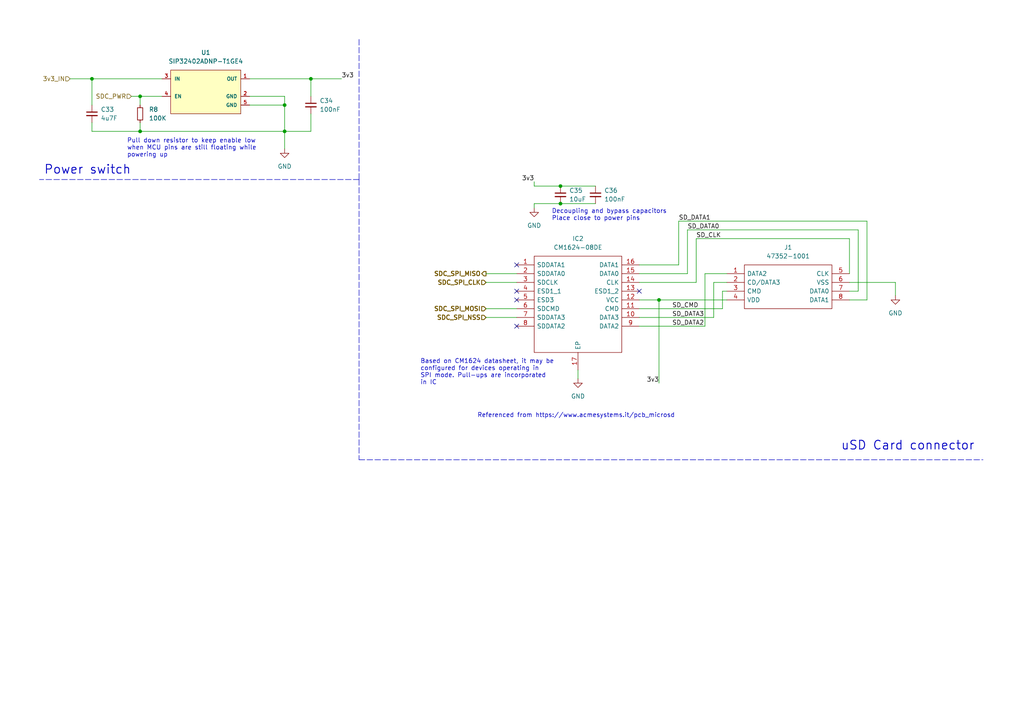
<source format=kicad_sch>
(kicad_sch (version 20211123) (generator eeschema)
  (paper "A4")
  (title_block (title "E-Paper Photo Frame") (date "2023-01-14") (rev "1.0"))
  (lib_symbols
    (symbol "Device:C_Small" (pin_numbers hide) (pin_names (offset 0.254) hide)
      (property "Reference" "C" (at 0.254 1.778 0))
      (property "Value" "C_Small" (at 0.254 -2.032 0))
      (symbol "C_Small_0_1"
        (polyline (pts (xy -1.524 -0.508) (xy 1.524 -0.508)) (stroke (width 0.3302)))
        (polyline (pts (xy -1.524 0.508) (xy 1.524 0.508)) (stroke (width 0.3048)))
      )
      (symbol "C_Small_1_1"
        (pin passive line (at 0 2.54 270) (length 2.032) (name "~") (number "1"))
        (pin passive line (at 0 -2.54 90) (length 2.032) (name "~") (number "2"))
      )
    )
    (symbol "Device:R_Small" (pin_numbers hide) (pin_names (offset 0.254) hide)
      (property "Reference" "R" (at 0.762 0.508 0))
      (property "Value" "R_Small" (at 0.762 -1.016 0))
      (symbol "R_Small_0_1"
        (rectangle (start -0.762 1.778) (end 0.762 -1.778) (stroke (width 0.2032)))
      )
      (symbol "R_Small_1_1"
        (pin passive line (at 0 2.54 270) (length 0.762) (name "~") (number "1"))
        (pin passive line (at 0 -2.54 90) (length 0.762) (name "~") (number "2"))
      )
    )
    (symbol "Personal:SIP32402ADNP-T1GE4" (pin_names (offset 1.016))
      (property "Reference" "U" (at 0 5.08 0))
      (property "Value" "SIP32402ADNP-T1GE4" (at 0 7.62 0))
      (symbol "SIP32402ADNP-T1GE4_1_1"
        (rectangle (start 5.08 2.54) (end 25.4 -10.16) (fill (type background)))
        (pin power_out line (at 27.94 0 180) (length 2.54) (name "OUT") (number "1"))
        (pin power_in line (at 27.94 -5.08 180) (length 2.54) (name "GND") (number "2"))
        (pin power_in line (at 2.54 0 0) (length 2.54) (name "IN") (number "3"))
        (pin input line (at 2.54 -5.08 0) (length 2.54) (name "EN") (number "4"))
        (pin power_in line (at 27.94 -7.62 180) (length 2.54) (name "GND") (number "5"))
      )
    )
    (symbol "SamacSys_Parts:47352-1001" (pin_names (offset 0.762))
      (property "Reference" "J" (at 31.75 7.62 0))
      (property "Value" "47352-1001" (at 31.75 5.08 0))
      (symbol "47352-1001_0_0"
        (pin passive line (at 0 0 0) (length 5.08) (name "DATA2") (number "1"))
        (pin passive line (at 0 -2.54 0) (length 5.08) (name "CD/DATA3") (number "2"))
        (pin passive line (at 0 -5.08 0) (length 5.08) (name "CMD") (number "3"))
        (pin passive line (at 0 -7.62 0) (length 5.08) (name "VDD") (number "4"))
        (pin passive line (at 35.56 0 180) (length 5.08) (name "CLK") (number "5"))
        (pin passive line (at 35.56 -2.54 180) (length 5.08) (name "VSS") (number "6"))
        (pin passive line (at 35.56 -5.08 180) (length 5.08) (name "DATA0") (number "7"))
        (pin passive line (at 35.56 -7.62 180) (length 5.08) (name "DATA1") (number "8"))
      )
      (symbol "47352-1001_0_1"
        (polyline (pts (xy 5.08 2.54) (xy 30.48 2.54) (xy 30.48 -10.16) (xy 5.08 -10.16) (xy 5.08 2.54)) (stroke (width 0.1524)))
      )
    )
    (symbol "SamacSys_Parts:CM1624-08DE" (pin_names (offset 0.762))
      (property "Reference" "IC" (at 31.75 7.62 0))
      (property "Value" "CM1624-08DE" (at 31.75 5.08 0))
      (symbol "CM1624-08DE_0_0"
        (pin passive line (at 0 0 0) (length 5.08) (name "SDDATA1") (number "1"))
        (pin passive line (at 35.56 -15.24 180) (length 5.08) (name "DATA3") (number "10"))
        (pin passive line (at 35.56 -12.7 180) (length 5.08) (name "CMD") (number "11"))
        (pin passive line (at 35.56 -10.16 180) (length 5.08) (name "VCC") (number "12"))
        (pin passive line (at 35.56 -7.62 180) (length 5.08) (name "ESD1_2") (number "13"))
        (pin passive line (at 35.56 -5.08 180) (length 5.08) (name "CLK") (number "14"))
        (pin passive line (at 35.56 -2.54 180) (length 5.08) (name "DATA0") (number "15"))
        (pin passive line (at 35.56 0 180) (length 5.08) (name "DATA1") (number "16"))
        (pin passive line (at 17.78 -30.48 90) (length 5.08) (name "EP") (number "17"))
        (pin passive line (at 0 -2.54 0) (length 5.08) (name "SDDATA0") (number "2"))
        (pin passive line (at 0 -5.08 0) (length 5.08) (name "SDCLK") (number "3"))
        (pin passive line (at 0 -7.62 0) (length 5.08) (name "ESD1_1") (number "4"))
        (pin passive line (at 0 -10.16 0) (length 5.08) (name "ESD3") (number "5"))
        (pin passive line (at 0 -12.7 0) (length 5.08) (name "SDCMD") (number "6"))
        (pin passive line (at 0 -15.24 0) (length 5.08) (name "SDDATA3") (number "7"))
        (pin passive line (at 0 -17.78 0) (length 5.08) (name "SDDATA2") (number "8"))
        (pin passive line (at 35.56 -17.78 180) (length 5.08) (name "DATA2") (number "9"))
      )
      (symbol "CM1624-08DE_0_1"
        (polyline (pts (xy 5.08 2.54) (xy 30.48 2.54) (xy 30.48 -25.4) (xy 5.08 -25.4) (xy 5.08 2.54)) (stroke (width 0.1524)))
      )
    )
    (symbol "power:GND" (power) (pin_names (offset 0))
      (property "Value" "GND" (at 0 -3.81 0))
      (symbol "GND_0_1"
        (polyline (pts (xy 0 0) (xy 0 -1.27) (xy 1.27 -1.27) (xy 0 -2.54) (xy -1.27 -1.27) (xy 0 -1.27)))
      )
      (symbol "GND_1_1"
        (pin power_in line (at 0 0 270) (length 0) hide (name "GND") (number "1"))
      )
    )
  )
  (junction (at 40.64 38.1))
  (junction (at 90.17 22.86))
  (junction (at 162.56 59.055))
  (junction (at 191.135 86.995))
  (junction (at 40.64 27.94))
  (junction (at 82.55 38.1))
  (junction (at 82.55 30.48))
  (junction (at 162.56 53.975))
  (junction (at 26.67 22.86))
  (no_connect (at 149.86 94.615))
  (no_connect (at 185.42 84.455))
  (no_connect (at 149.86 76.835))
  (no_connect (at 149.86 84.455))
  (no_connect (at 149.86 86.995))
  (wire (pts (xy 246.38 86.995) (xy 251.46 86.995)))
  (wire (pts (xy 26.67 38.1) (xy 40.64 38.1)))
  (wire (pts (xy 154.94 60.325) (xy 154.94 59.055)))
  (wire (pts (xy 209.55 84.455) (xy 209.55 89.535)))
  (wire (pts (xy 140.97 81.915) (xy 149.86 81.915)))
  (wire (pts (xy 246.38 84.455) (xy 248.92 84.455)))
  (wire (pts (xy 204.47 79.375) (xy 204.47 94.615)))
  (wire (pts (xy 40.64 35.56) (xy 40.64 38.1)))
  (wire (pts (xy 90.17 33.02) (xy 90.17 38.1)))
  (wire (pts (xy 40.64 27.94) (xy 46.99 27.94)))
  (wire (pts (xy 246.38 81.915) (xy 259.715 81.915)))
  (wire (pts (xy 246.38 79.375) (xy 246.38 69.215)))
  (wire (pts (xy 38.1 27.94) (xy 40.64 27.94)))
  (wire (pts (xy 167.64 107.315) (xy 167.64 109.855)))
  (wire (pts (xy 90.17 22.86) (xy 90.17 27.94)))
  (wire (pts (xy 191.135 86.995) (xy 210.82 86.995)))
  (wire (pts (xy 204.47 94.615) (xy 185.42 94.615)))
  (wire (pts (xy 82.55 38.1) (xy 82.55 43.18)))
  (wire (pts (xy 251.46 86.995) (xy 251.46 64.135)))
  (polyline (pts (xy 104.14 52.07) (xy 11.43 52.07)))
  (wire (pts (xy 26.67 35.56) (xy 26.67 38.1)))
  (polyline (pts (xy 104.14 133.35) (xy 285.115 133.35)))
  (wire (pts (xy 196.85 64.135) (xy 196.85 76.835)))
  (wire (pts (xy 207.01 81.915) (xy 207.01 92.075)))
  (wire (pts (xy 154.94 53.975) (xy 162.56 53.975)))
  (wire (pts (xy 207.01 92.075) (xy 185.42 92.075)))
  (wire (pts (xy 140.97 92.075) (xy 149.86 92.075)))
  (wire (pts (xy 72.39 27.94) (xy 82.55 27.94)))
  (wire (pts (xy 199.39 66.675) (xy 199.39 79.375)))
  (wire (pts (xy 162.56 53.975) (xy 172.72 53.975)))
  (wire (pts (xy 248.92 66.675) (xy 199.39 66.675)))
  (wire (pts (xy 20.32 22.86) (xy 26.67 22.86)))
  (wire (pts (xy 185.42 81.915) (xy 201.93 81.915)))
  (wire (pts (xy 72.39 30.48) (xy 82.55 30.48)))
  (wire (pts (xy 154.94 52.705) (xy 154.94 53.975)))
  (polyline (pts (xy 104.14 52.07) (xy 104.14 133.35)))
  (wire (pts (xy 196.85 76.835) (xy 185.42 76.835)))
  (wire (pts (xy 90.17 38.1) (xy 82.55 38.1)))
  (wire (pts (xy 140.97 89.535) (xy 149.86 89.535)))
  (wire (pts (xy 154.94 59.055) (xy 162.56 59.055)))
  (wire (pts (xy 26.67 22.86) (xy 26.67 30.48)))
  (wire (pts (xy 72.39 22.86) (xy 90.17 22.86)))
  (wire (pts (xy 185.42 86.995) (xy 191.135 86.995)))
  (wire (pts (xy 90.17 22.86) (xy 99.06 22.86)))
  (wire (pts (xy 209.55 84.455) (xy 210.82 84.455)))
  (wire (pts (xy 26.67 22.86) (xy 46.99 22.86)))
  (wire (pts (xy 199.39 79.375) (xy 185.42 79.375)))
  (wire (pts (xy 246.38 69.215) (xy 201.93 69.215)))
  (wire (pts (xy 82.55 27.94) (xy 82.55 30.48)))
  (wire (pts (xy 210.82 79.375) (xy 204.47 79.375)))
  (wire (pts (xy 140.97 79.375) (xy 149.86 79.375)))
  (wire (pts (xy 40.64 27.94) (xy 40.64 30.48)))
  (wire (pts (xy 82.55 30.48) (xy 82.55 38.1)))
  (wire (pts (xy 259.715 81.915) (xy 259.715 85.725)))
  (wire (pts (xy 185.42 89.535) (xy 209.55 89.535)))
  (wire (pts (xy 248.92 84.455) (xy 248.92 66.675)))
  (wire (pts (xy 162.56 59.055) (xy 172.72 59.055)))
  (wire (pts (xy 191.135 86.995) (xy 191.135 111.125)))
  (polyline (pts (xy 104.14 11.43) (xy 104.14 52.07)))
  (wire (pts (xy 210.82 81.915) (xy 207.01 81.915)))
  (wire (pts (xy 251.46 64.135) (xy 196.85 64.135)))
  (wire (pts (xy 201.93 69.215) (xy 201.93 81.915)))
  (wire (pts (xy 40.64 38.1) (xy 82.55 38.1)))
  (text "Referenced from https://www.acmesystems.it/pcb_microsd" (at 138.43 121.285 0) (effects (font (size 1.27 1.27)) (justify left bottom)))
  (text "Power switch" (at 12.7 50.8 0) (effects (font (size 2.54 2.54) (thickness 0.2544) bold) (justify left bottom)))
  (text "Pull down resistor to keep enable low\nwhen MCU pins are still floating while\npowering up" (at 36.83 45.72 0) (effects (font (size 1.27 1.27)) (justify left bottom)))
  (text "uSD Card connector" (at 243.84 130.81 0) (effects (font (size 2.54 2.54) (thickness 0.2544) bold) (justify left bottom)))
  (text "Decoupling and bypass capacitors\nPlace close to power pins" (at 160.02 64.135 0) (effects (font (size 1.27 1.27)) (justify left bottom)))
  (text "Based on CM1624 datasheet, it may be\nconfigured for devices operating in\nSPI mode. Pull-ups are incorporated\nin IC" (at 121.92 111.76 0) (effects (font (size 1.27 1.27)) (justify left bottom)))
  (label "SD_CLK" (at 201.93 69.215 0))
  (label "SD_DATA2" (at 194.945 94.615 0))
  (label "SD_CMD" (at 194.945 89.535 0))
  (label "SD_DATA1" (at 196.85 64.135 0))
  (label "3v3" (at 154.94 52.705 180))
  (label "SD_DATA0" (at 199.39 66.675 0))
  (label "3v3" (at 99.06 22.86 0))
  (label "3v3" (at 191.135 111.125 180))
  (label "SD_DATA3" (at 194.945 92.075 0))
  (hierarchical_label "3v3_IN" (shape input) (at 20.32 22.86 180))
  (hierarchical_label "SDC_PWR" (shape input) (at 38.1 27.94 180))
  (hierarchical_label "SDC_SPI_MISO" (shape output) (at 140.97 79.375 180) (effects (font bold)))
  (hierarchical_label "SDC_SPI_CLK" (shape input) (at 140.97 81.915 180) (effects (font bold)))
  (hierarchical_label "SDC_SPI_MOSI" (shape input) (at 140.97 89.535 180) (effects (font bold)))
  (hierarchical_label "SDC_SPI_NSS" (shape input) (at 140.97 92.075 180) (effects (font bold)))
  (symbol (lib_id "Device:C_Small") (at 26.67 33.02 0) (unit 1)
    (property "Reference" "C33" (at 29.21 31.7562 0) (effects (justify left)))
    (property "Value" "4u7F" (at 29.21 34.2962 0) (effects (justify left)))
    (property "Footprint" "Capacitor_SMD:C_0805_2012Metric" (effects hide))
  )
  (symbol (lib_id "Device:C_Small") (at 172.72 56.515 0) (unit 1)
    (property "Reference" "C36" (at 175.26 55.2512 0) (effects (justify left)))
    (property "Value" "100nF" (at 175.26 57.7912 0) (effects (justify left)))
    (property "Footprint" "Capacitor_SMD:C_0201_0603Metric" (effects hide))
  )
  (symbol (lib_id "Device:C_Small") (at 162.56 56.515 0) (unit 1)
    (property "Reference" "C35" (at 165.1 55.2512 0) (effects (justify left)))
    (property "Value" "10uF" (at 165.1 57.7912 0) (effects (justify left)))
    (property "Footprint" "Capacitor_SMD:C_0201_0603Metric" (effects hide))
  )
  (symbol (lib_id "power:GND") (at 259.715 85.725 0) (unit 1)
    (property "Reference" "#PWR0132" (effects hide))
    (property "Value" "GND" (at 259.715 90.805 0))
  )
  (symbol (lib_id "power:GND") (at 167.64 109.855 0) (unit 1)
    (property "Reference" "#PWR0131" (effects hide))
    (property "Value" "GND" (at 167.64 114.935 0))
  )
  (symbol (lib_id "Device:R_Small") (at 40.64 33.02 0) (unit 1)
    (property "Reference" "R8" (at 43.18 31.7499 0) (effects (justify left)))
    (property "Value" "100K" (at 43.18 34.2899 0) (effects (justify left)))
    (property "Footprint" "Resistor_SMD:R_0805_2012Metric" (effects hide))
  )
  (symbol (lib_id "SamacSys_Parts:47352-1001") (at 210.82 79.375 0) (unit 1)
    (property "Reference" "J1" (at 228.6 71.755 0))
    (property "Value" "47352-1001" (at 228.6 74.295 0))
    (property "Footprint" "SamacSys_Parts:47352-1001" (effects hide))
    (property "Datasheet" "http://www.molex.com/pdm_docs/sd/473521001_sd.pdf" (effects hide))
    (property "Description" "Molex 47388 Series 8 Way Right Angle Micro SD Memory Card Connector with Solder Termination" (effects hide))
    (property "Manufacturer_Name" "Molex" (effects hide))
    (property "Manufacturer_Part_Number" "47352-1001" (effects hide))
    (property "Mouser Part Number" "538-47352-1001" (effects hide))
    (property "Mouser Price/Stock" "https://www.mouser.co.uk/ProductDetail/Molex/47352-1001?qs=c2CV6XM0DweyUS%2F9lG4Ycg%3D%3D" (effects hide))
  )
  (symbol (lib_id "SamacSys_Parts:CM1624-08DE") (at 149.86 76.835 0) (unit 1)
    (property "Reference" "IC2" (at 167.64 69.215 0))
    (property "Value" "CM1624-08DE" (at 167.64 71.755 0))
    (property "Footprint" "SamacSys_Parts:SON40P135X330X55-17N" (effects hide))
    (property "Datasheet" "http://www.onsemi.com/pub/Collateral/CM1624-D.PDF" (effects hide))
    (property "Description" "ON SEMICONDUCTOR - CM1624-08DE. - EMI Filter, 4-Channel, ESD Protection, 300MHz, Line Protection, UDFN-16" (effects hide))
    (property "Height" "0.55" (effects hide))
    (property "Manufacturer_Name" "onsemi" (effects hide))
    (property "Manufacturer_Part_Number" "CM1624-08DE" (effects hide))
    (property "Mouser Part Number" "748-CM1624-08DE" (effects hide))
    (property "Mouser Price/Stock" "https://www.mouser.co.uk/ProductDetail/onsemi/CM1624-08DE?qs=bXBibfwyPRFMJRiP9A%252BDOw%3D%3D" (effects hide))
    (property "Arrow Part Number" "CM1624-08DE" (effects hide))
    (property "Arrow Price/Stock" "https://www.arrow.com/en/products/cm1624-08de/on-semiconductor?region=nac" (effects hide))
  )
  (symbol (lib_id "power:GND") (at 154.94 60.325 0) (unit 1)
    (property "Reference" "#PWR0130" (effects hide))
    (property "Value" "GND" (at 154.94 65.405 0))
  )
  (symbol (lib_id "Device:C_Small") (at 90.17 30.48 0) (unit 1)
    (property "Reference" "C34" (at 92.71 29.2162 0) (effects (justify left)))
    (property "Value" "100nF" (at 92.71 31.7562 0) (effects (justify left)))
    (property "Footprint" "Capacitor_SMD:C_0805_2012Metric" (effects hide))
  )
  (symbol (lib_id "Personal:SIP32402ADNP-T1GE4") (at 44.45 22.86 0) (unit 1)
    (property "Reference" "U1" (at 59.69 15.24 0))
    (property "Value" "SIP32402ADNP-T1GE4" (at 59.69 17.78 0))
    (property "Footprint" "Personal:Vishay-T16-0143-04_2016-C-MFG" (effects hide))
    (property "Datasheet" "https://www.vishay.com/docs/63705/sip32401a.pdf" (effects hide))
    (property "automotive" "No" (effects hide))
    (property "category" "IC" (effects hide))
    (property "device class L1" "Integrated Circuits (ICs)" (effects hide))
    (property "device class L2" "Power Management ICs" (effects hide))
    (property "device class L3" "Hot Swap Controllers" (effects hide))
    (property "digikey description" "IC PWR SWITCH N-CHAN 1:1 4TDFN" (effects hide))
    (property "digikey part number" "SIP32402ADNP-T1GE4CT-ND" (effects hide))
    (property "height" "0.6mm" (effects hide))
    (property "lead free" "Yes" (effects hide))
    (property "library id" "56f1c204394956c0" (effects hide))
    (property "manufacturer" "Vishay" (effects hide))
    (property "max junction temp" "+125°C" (effects hide))
    (property "max power dissipation" "324mW" (effects hide))
    (property "max supply voltage" "5.5V" (effects hide))
    (property "min supply voltage" "1.1V" (effects hide))
    (property "mouser description" "Power Switch ICs - Power Distribution 2A 1.2V Slew Rate Ctrl Load Switch" (effects hide))
    (property "mouser part number" "78-SIP32402ADNPT1GE4" (effects hide))
    (property "nominal supply current" "10.5-105uA" (effects hide))
    (property "number of channels" "1" (effects hide))
    (property "number of outputs" "1" (effects hide))
    (property "on state resistance" "62mΩ" (effects hide))
    (property "output current" "2.4A" (effects hide))
    (property "package" "TDFN4" (effects hide))
    (property "rohs" "Yes" (effects hide))
    (property "standoff height" "0mm" (effects hide))
    (property "temperature range high" "+85°C" (effects hide))
    (property "temperature range low" "-40°C" (effects hide))
    (property "turn off delay time" "0.001ms" (effects hide))
    (property "turn on delay time" "1.8ms" (effects hide))
  )
  (symbol (lib_id "power:GND") (at 82.55 43.18 0) (unit 1)
    (property "Reference" "#PWR0129" (effects hide))
    (property "Value" "GND" (at 82.55 48.26 0))
  )
)
</source>
